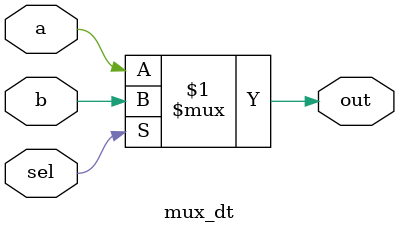
<source format=v>
module mux_dt(a,b,sel,out);
input a,b;
input sel;
output out;

assign out=sel?b:a;

endmodule
</source>
